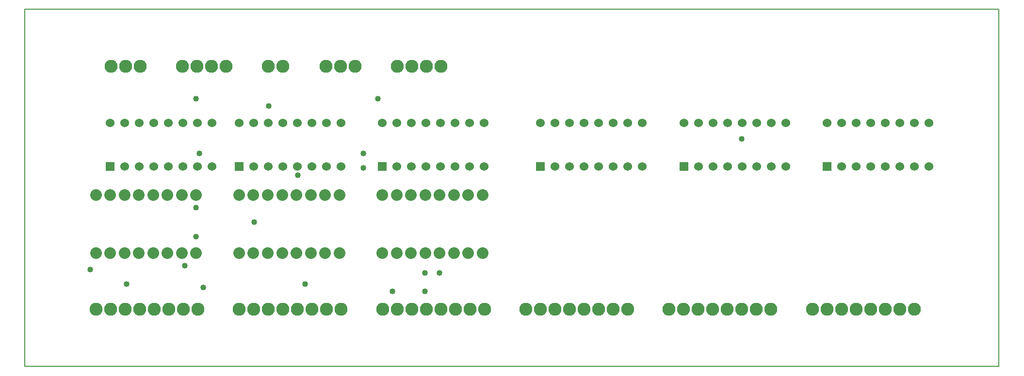
<source format=gbr>
G04 PROTEUS GERBER X2 FILE*
%TF.GenerationSoftware,Labcenter,Proteus,8.6-SP2-Build23525*%
%TF.CreationDate,2024-06-03T09:11:02+00:00*%
%TF.FileFunction,Soldermask,Top*%
%TF.FilePolarity,Negative*%
%TF.Part,Single*%
%FSLAX45Y45*%
%MOMM*%
G01*
%TA.AperFunction,Material*%
%ADD19C,1.016000*%
%AMPPAD010*
4,1,36,
-0.635000,0.762000,
0.635000,0.762000,
0.660970,0.759470,
0.684980,0.752200,
0.706580,0.740650,
0.725290,0.725290,
0.740650,0.706570,
0.752200,0.684980,
0.759470,0.660970,
0.762000,0.635000,
0.762000,-0.635000,
0.759470,-0.660970,
0.752200,-0.684980,
0.740650,-0.706570,
0.725290,-0.725290,
0.706580,-0.740650,
0.684980,-0.752200,
0.660970,-0.759470,
0.635000,-0.762000,
-0.635000,-0.762000,
-0.660970,-0.759470,
-0.684980,-0.752200,
-0.706580,-0.740650,
-0.725290,-0.725290,
-0.740650,-0.706570,
-0.752200,-0.684980,
-0.759470,-0.660970,
-0.762000,-0.635000,
-0.762000,0.635000,
-0.759470,0.660970,
-0.752200,0.684980,
-0.740650,0.706570,
-0.725290,0.725290,
-0.706580,0.740650,
-0.684980,0.752200,
-0.660970,0.759470,
-0.635000,0.762000,
0*%
%TA.AperFunction,Material*%
%ADD70PPAD010*%
%ADD71C,1.524000*%
%TA.AperFunction,Material*%
%ADD20C,2.286000*%
%TA.AperFunction,Material*%
%ADD21C,2.032000*%
%TA.AperFunction,Profile*%
%ADD17C,0.203200*%
%TD.AperFunction*%
D19*
X-1841500Y-317500D03*
X-5016500Y-317500D03*
X-4889500Y-3619500D03*
X-6223000Y-3556000D03*
X-6858000Y-3302000D03*
X-5016500Y-2222500D03*
X-5016500Y-2730500D03*
X-5207000Y-3238500D03*
X-4000500Y-2476500D03*
X-3238500Y-1651000D03*
X-3111500Y-3556000D03*
X-762000Y-3365500D03*
X-1587500Y-3683000D03*
X-1016000Y-3683000D03*
X-1016000Y-3365500D03*
X-4953000Y-1270000D03*
X-2095500Y-1270000D03*
X-2095500Y-1524000D03*
X+4508500Y-1016000D03*
X-3746500Y-444500D03*
D70*
X+1000000Y-1500000D03*
D71*
X+1254000Y-1500000D03*
X+1508000Y-1500000D03*
X+1762000Y-1500000D03*
X+2016000Y-1500000D03*
X+2270000Y-1500000D03*
X+2524000Y-1500000D03*
X+2778000Y-1500000D03*
X+2778000Y-738000D03*
X+2524000Y-738000D03*
X+2270000Y-738000D03*
X+2016000Y-738000D03*
X+1762000Y-738000D03*
X+1508000Y-738000D03*
X+1254000Y-738000D03*
X+1000000Y-738000D03*
D70*
X+3500000Y-1500000D03*
D71*
X+3754000Y-1500000D03*
X+4008000Y-1500000D03*
X+4262000Y-1500000D03*
X+4516000Y-1500000D03*
X+4770000Y-1500000D03*
X+5024000Y-1500000D03*
X+5278000Y-1500000D03*
X+5278000Y-738000D03*
X+5024000Y-738000D03*
X+4770000Y-738000D03*
X+4516000Y-738000D03*
X+4262000Y-738000D03*
X+4008000Y-738000D03*
X+3754000Y-738000D03*
X+3500000Y-738000D03*
D70*
X+6000000Y-1500000D03*
D71*
X+6254000Y-1500000D03*
X+6508000Y-1500000D03*
X+6762000Y-1500000D03*
X+7016000Y-1500000D03*
X+7270000Y-1500000D03*
X+7524000Y-1500000D03*
X+7778000Y-1500000D03*
X+7778000Y-738000D03*
X+7524000Y-738000D03*
X+7270000Y-738000D03*
X+7016000Y-738000D03*
X+6762000Y-738000D03*
X+6508000Y-738000D03*
X+6254000Y-738000D03*
X+6000000Y-738000D03*
D20*
X-6500760Y+250000D03*
X-6246760Y+250000D03*
X-5992760Y+250000D03*
X+742000Y-4000000D03*
X+996000Y-4000000D03*
X+1250000Y-4000000D03*
X+1504000Y-4000000D03*
X+1758000Y-4000000D03*
X+2012000Y-4000000D03*
X+2266000Y-4000000D03*
X+2520000Y-4000000D03*
X-6758000Y-4000000D03*
X-6504000Y-4000000D03*
X-6250000Y-4000000D03*
X-5996000Y-4000000D03*
X-5742000Y-4000000D03*
X-5488000Y-4000000D03*
X-5234000Y-4000000D03*
X-4980000Y-4000000D03*
D70*
X-6512000Y-1500000D03*
D71*
X-6258000Y-1500000D03*
X-6004000Y-1500000D03*
X-5750000Y-1500000D03*
X-5496000Y-1500000D03*
X-5242000Y-1500000D03*
X-4988000Y-1500000D03*
X-4734000Y-1500000D03*
X-4734000Y-738000D03*
X-4988000Y-738000D03*
X-5242000Y-738000D03*
X-5496000Y-738000D03*
X-5750000Y-738000D03*
X-6004000Y-738000D03*
X-6258000Y-738000D03*
X-6512000Y-738000D03*
D70*
X-4262000Y-1500000D03*
D71*
X-4008000Y-1500000D03*
X-3754000Y-1500000D03*
X-3500000Y-1500000D03*
X-3246000Y-1500000D03*
X-2992000Y-1500000D03*
X-2738000Y-1500000D03*
X-2484000Y-1500000D03*
X-2484000Y-738000D03*
X-2738000Y-738000D03*
X-2992000Y-738000D03*
X-3246000Y-738000D03*
X-3500000Y-738000D03*
X-3754000Y-738000D03*
X-4008000Y-738000D03*
X-4262000Y-738000D03*
D70*
X-1762000Y-1500000D03*
D71*
X-1508000Y-1500000D03*
X-1254000Y-1500000D03*
X-1000000Y-1500000D03*
X-746000Y-1500000D03*
X-492000Y-1500000D03*
X-238000Y-1500000D03*
X+16000Y-1500000D03*
X+16000Y-738000D03*
X-238000Y-738000D03*
X-492000Y-738000D03*
X-746000Y-738000D03*
X-1000000Y-738000D03*
X-1254000Y-738000D03*
X-1508000Y-738000D03*
X-1762000Y-738000D03*
D20*
X-4258000Y-4000000D03*
X-4004000Y-4000000D03*
X-3750000Y-4000000D03*
X-3496000Y-4000000D03*
X-3242000Y-4000000D03*
X-2988000Y-4000000D03*
X-2734000Y-4000000D03*
X-2480000Y-4000000D03*
X-1758000Y-4000000D03*
X-1504000Y-4000000D03*
X-1250000Y-4000000D03*
X-996000Y-4000000D03*
X-742000Y-4000000D03*
X-488000Y-4000000D03*
X-234000Y-4000000D03*
X+20000Y-4000000D03*
D21*
X-6762000Y-2000000D03*
X-6762000Y-3016000D03*
X-6512000Y-2000000D03*
X-6512000Y-3016000D03*
X-6262000Y-2000000D03*
X-6262000Y-3016000D03*
X-6012000Y-2000000D03*
X-6012000Y-3016000D03*
X-5762000Y-2000000D03*
X-5762000Y-3016000D03*
X-5512000Y-2000000D03*
X-5512000Y-3016000D03*
X-5262000Y-2000000D03*
X-5262000Y-3016000D03*
X-5012000Y-2000000D03*
X-5012000Y-3016000D03*
X-4262000Y-2000000D03*
X-4262000Y-3016000D03*
X-4012000Y-2000000D03*
X-4012000Y-3016000D03*
X-3762000Y-2000000D03*
X-3762000Y-3016000D03*
X-3512000Y-2000000D03*
X-3512000Y-3016000D03*
X-3262000Y-2000000D03*
X-3262000Y-3016000D03*
X-3012000Y-2000000D03*
X-3012000Y-3016000D03*
X-2762000Y-2000000D03*
X-2762000Y-3016000D03*
X-2512000Y-2000000D03*
X-2512000Y-3016000D03*
X-1762000Y-2000000D03*
X-1762000Y-3016000D03*
X-1512000Y-2000000D03*
X-1512000Y-3016000D03*
X-1262000Y-2000000D03*
X-1262000Y-3016000D03*
X-1012000Y-2000000D03*
X-1012000Y-3016000D03*
X-762000Y-2000000D03*
X-762000Y-3016000D03*
X-512000Y-2000000D03*
X-512000Y-3016000D03*
X-262000Y-2000000D03*
X-262000Y-3016000D03*
X-12000Y-2000000D03*
X-12000Y-3016000D03*
D20*
X+3242000Y-4000000D03*
X+3496000Y-4000000D03*
X+3750000Y-4000000D03*
X+4004000Y-4000000D03*
X+4258000Y-4000000D03*
X+4512000Y-4000000D03*
X+4766000Y-4000000D03*
X+5020000Y-4000000D03*
X+5742000Y-4000000D03*
X+5996000Y-4000000D03*
X+6250000Y-4000000D03*
X+6504000Y-4000000D03*
X+6758000Y-4000000D03*
X+7012000Y-4000000D03*
X+7266000Y-4000000D03*
X+7520000Y-4000000D03*
X-5250000Y+250000D03*
X-4996000Y+250000D03*
X-4742000Y+250000D03*
X-4488000Y+250000D03*
X-3750000Y+250000D03*
X-3496000Y+250000D03*
X-2750000Y+250000D03*
X-2496000Y+250000D03*
X-2242000Y+250000D03*
X-1500000Y+250000D03*
X-1246000Y+250000D03*
X-992000Y+250000D03*
X-738000Y+250000D03*
D17*
X-8000000Y-5000000D02*
X+9000000Y-5000000D01*
X+9000000Y+1250000D01*
X-8000000Y+1250000D01*
X-8000000Y-5000000D01*
M02*

</source>
